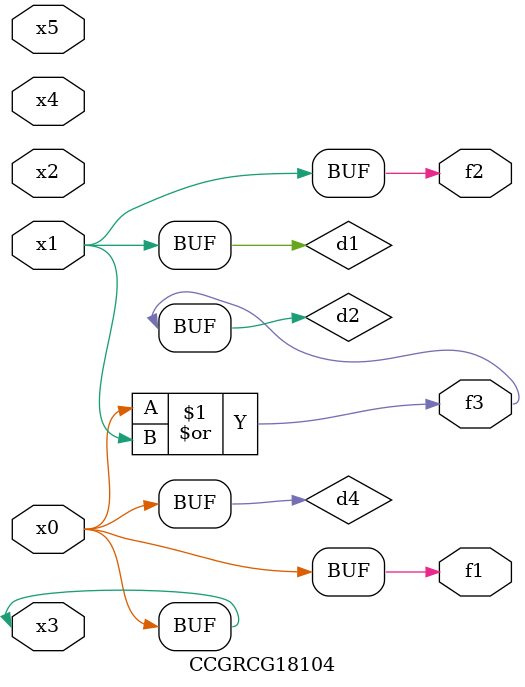
<source format=v>
module CCGRCG18104(
	input x0, x1, x2, x3, x4, x5,
	output f1, f2, f3
);

	wire d1, d2, d3, d4;

	and (d1, x1);
	or (d2, x0, x1);
	nand (d3, x0, x5);
	buf (d4, x0, x3);
	assign f1 = d4;
	assign f2 = d1;
	assign f3 = d2;
endmodule

</source>
